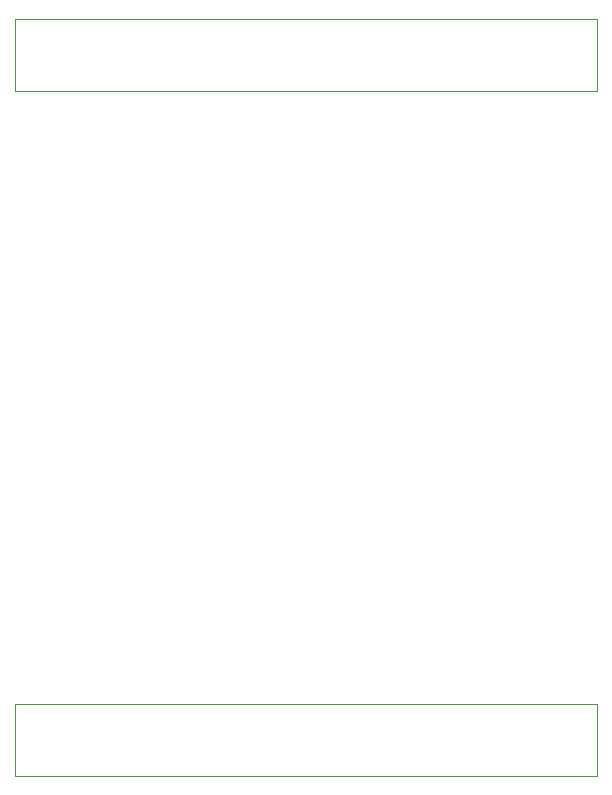
<source format=gbr>
%TF.GenerationSoftware,KiCad,Pcbnew,6.0.2+dfsg-1*%
%TF.CreationDate,2023-03-15T19:16:12+01:00*%
%TF.ProjectId,main_PCB,6d61696e-5f50-4434-922e-6b696361645f,rev?*%
%TF.SameCoordinates,Original*%
%TF.FileFunction,Other,User*%
%FSLAX46Y46*%
G04 Gerber Fmt 4.6, Leading zero omitted, Abs format (unit mm)*
G04 Created by KiCad (PCBNEW 6.0.2+dfsg-1) date 2023-03-15 19:16:12*
%MOMM*%
%LPD*%
G01*
G04 APERTURE LIST*
%ADD10C,0.050000*%
G04 APERTURE END LIST*
D10*
%TO.C,J1*%
X133160200Y-108358400D02*
X182460200Y-108358400D01*
X182460200Y-102258400D02*
X133160200Y-102258400D01*
X133160200Y-102258400D02*
X133160200Y-108358400D01*
X182460200Y-108358400D02*
X182460200Y-102258400D01*
%TO.C,J2*%
X182460200Y-50358400D02*
X182460200Y-44258400D01*
X133160200Y-50358400D02*
X182460200Y-50358400D01*
X182460200Y-44258400D02*
X133160200Y-44258400D01*
X133160200Y-44258400D02*
X133160200Y-50358400D01*
%TD*%
M02*

</source>
